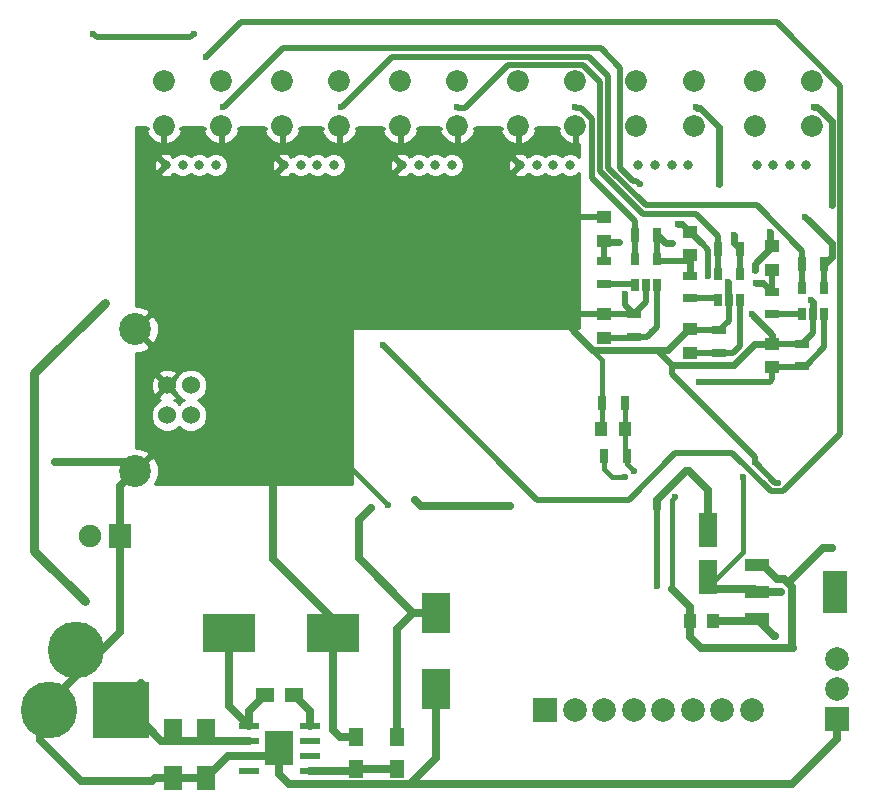
<source format=gbr>
%TF.GenerationSoftware,KiCad,Pcbnew,4.0.1-stable*%
%TF.CreationDate,2016-05-16T17:45:50+03:00*%
%TF.ProjectId,6xUSB_PowMet,36785553425F506F774D65742E6B6963,rev?*%
%TF.FileFunction,Copper,L2,Bot,Signal*%
%FSLAX46Y46*%
G04 Gerber Fmt 4.6, Leading zero omitted, Abs format (unit mm)*
G04 Created by KiCad (PCBNEW 4.0.1-stable) date 16.05.2016 17:45:50*
%MOMM*%
G01*
G04 APERTURE LIST*
%ADD10C,0.100000*%
%ADD11C,4.800600*%
%ADD12R,4.800600X4.800600*%
%ADD13R,0.650000X1.060000*%
%ADD14C,1.524000*%
%ADD15C,2.700020*%
%ADD16O,1.850000X1.850000*%
%ADD17C,0.800000*%
%ADD18R,1.900000X2.000000*%
%ADD19C,1.900000*%
%ADD20R,1.250000X1.000000*%
%ADD21R,1.000000X1.250000*%
%ADD22R,0.700000X1.300000*%
%ADD23R,1.300000X0.700000*%
%ADD24R,2.032000X3.657600*%
%ADD25R,2.032000X1.016000*%
%ADD26R,2.000000X2.000000*%
%ADD27C,2.000000*%
%ADD28R,1.600000X2.000000*%
%ADD29R,1.500000X1.250000*%
%ADD30R,4.500880X3.299460*%
%ADD31R,4.498340X3.299460*%
%ADD32R,1.300000X1.500000*%
%ADD33R,1.778000X0.533400*%
%ADD34R,2.489200X2.997200*%
%ADD35R,2.400300X3.500120*%
%ADD36R,1.501140X2.999740*%
%ADD37C,0.600000*%
%ADD38C,0.700000*%
%ADD39C,0.500000*%
%ADD40C,0.450000*%
%ADD41C,0.600000*%
%ADD42C,0.750000*%
%ADD43C,0.254000*%
G04 APERTURE END LIST*
D10*
D11*
X97750000Y-107750000D03*
D12*
X103846000Y-107750000D03*
D11*
X100036000Y-102670000D03*
D13*
X163400000Y-74250000D03*
X162450000Y-74250000D03*
X161500000Y-74250000D03*
X161500000Y-72050000D03*
X163400000Y-72050000D03*
D14*
X109748980Y-82790000D03*
X109748980Y-80250000D03*
X107750000Y-80250000D03*
X107750000Y-82790000D03*
D15*
X105049980Y-87519480D03*
X105049980Y-75520520D03*
D16*
X127480000Y-58340000D03*
X127480000Y-54500000D03*
X132320000Y-54500000D03*
D17*
X131850000Y-61610000D03*
X130450000Y-61610000D03*
X129050000Y-61610000D03*
D16*
X132320000Y-58340000D03*
D17*
X127650000Y-61610000D03*
D16*
X147480000Y-58340000D03*
X147480000Y-54500000D03*
X152320000Y-54500000D03*
D17*
X151850000Y-61610000D03*
X150450000Y-61610000D03*
X149050000Y-61610000D03*
D16*
X152320000Y-58340000D03*
D17*
X147650000Y-61610000D03*
D16*
X157480000Y-58340000D03*
X157480000Y-54500000D03*
X162320000Y-54500000D03*
D17*
X161850000Y-61610000D03*
X160450000Y-61610000D03*
X159050000Y-61610000D03*
D16*
X162320000Y-58340000D03*
D17*
X157650000Y-61610000D03*
D16*
X137480000Y-58340000D03*
X137480000Y-54500000D03*
X142320000Y-54500000D03*
D17*
X141850000Y-61610000D03*
X140450000Y-61610000D03*
X139050000Y-61610000D03*
D16*
X142320000Y-58340000D03*
D17*
X137650000Y-61610000D03*
D16*
X117480000Y-58340000D03*
X117480000Y-54500000D03*
X122320000Y-54500000D03*
D17*
X121850000Y-61610000D03*
X120450000Y-61610000D03*
X119050000Y-61610000D03*
D16*
X122320000Y-58340000D03*
D17*
X117650000Y-61610000D03*
D16*
X107480000Y-58340000D03*
X107480000Y-54500000D03*
X112320000Y-54500000D03*
D17*
X111850000Y-61610000D03*
X110450000Y-61610000D03*
X109050000Y-61610000D03*
D16*
X112320000Y-58340000D03*
D17*
X107650000Y-61610000D03*
D18*
X103750000Y-93000000D03*
D19*
X101210000Y-93000000D03*
D20*
X152000000Y-75500000D03*
X152000000Y-77500000D03*
D21*
X152000000Y-100250000D03*
X154000000Y-100250000D03*
X144500000Y-84000000D03*
X146500000Y-84000000D03*
D20*
X152000000Y-67250000D03*
X152000000Y-69250000D03*
X159000000Y-76750000D03*
X159000000Y-78750000D03*
X144750000Y-74250000D03*
X144750000Y-76250000D03*
X159000000Y-68500000D03*
X159000000Y-70500000D03*
X144750000Y-66000000D03*
X144750000Y-68000000D03*
D22*
X144600000Y-81750000D03*
X146500000Y-81750000D03*
X144750000Y-86250000D03*
X146650000Y-86250000D03*
D23*
X154500000Y-75600000D03*
X154500000Y-77500000D03*
X152000000Y-71000000D03*
X152000000Y-72900000D03*
D22*
X156250000Y-68750000D03*
X154350000Y-68750000D03*
D23*
X161500000Y-76750000D03*
X161500000Y-78650000D03*
X147250000Y-74250000D03*
X147250000Y-76150000D03*
X159000000Y-72350000D03*
X159000000Y-74250000D03*
D22*
X163400000Y-70000000D03*
X161500000Y-70000000D03*
D23*
X144750000Y-69750000D03*
X144750000Y-71650000D03*
D22*
X149250000Y-67500000D03*
X147350000Y-67500000D03*
D24*
X164250000Y-97750000D03*
D25*
X157646000Y-97750000D03*
X157646000Y-95464000D03*
X157646000Y-100036000D03*
D13*
X156250000Y-73000000D03*
X155300000Y-73000000D03*
X154350000Y-73000000D03*
X154350000Y-70800000D03*
X156250000Y-70800000D03*
X149250000Y-71750000D03*
X148300000Y-71750000D03*
X147350000Y-71750000D03*
X147350000Y-69550000D03*
X149250000Y-69550000D03*
D26*
X139737000Y-107750000D03*
D27*
X142250000Y-107750000D03*
X144750000Y-107750000D03*
X147250000Y-107750000D03*
X149750000Y-107750000D03*
X152250000Y-107750000D03*
X154750000Y-107750000D03*
X157250000Y-107750000D03*
D26*
X164500000Y-108500000D03*
D27*
X164500000Y-105960000D03*
X164500000Y-103460000D03*
D28*
X108250000Y-109500000D03*
X108250000Y-113500000D03*
X111000000Y-109500000D03*
X111000000Y-113500000D03*
D29*
X116000000Y-106500000D03*
X118500000Y-106500000D03*
D30*
X113000000Y-101250000D03*
D31*
X121798560Y-101250000D03*
D32*
X127250000Y-112750000D03*
X127250000Y-110050000D03*
X123750000Y-110050000D03*
X123750000Y-112750000D03*
D33*
X119815400Y-109095000D03*
X119815400Y-110365000D03*
X119815400Y-111635000D03*
X119815400Y-112905000D03*
X114684600Y-112905000D03*
X114684600Y-111635000D03*
X114684600Y-110365000D03*
X114684600Y-109095000D03*
D34*
X117250000Y-111000000D03*
D35*
X130500000Y-99500000D03*
X130500000Y-106002400D03*
D36*
X153500000Y-92502040D03*
X153500000Y-96500000D03*
D37*
X121798560Y-108500000D03*
X159250000Y-101500000D03*
X149250000Y-90679856D03*
X149250000Y-97279992D03*
X153524998Y-71000000D03*
X159500000Y-88500000D03*
X157500000Y-86750000D03*
X162250000Y-73000000D03*
X157250000Y-74250000D03*
X155250000Y-71500000D03*
X157500000Y-70500000D03*
X158750000Y-67250000D03*
X150978858Y-66603439D03*
X146500000Y-72500000D03*
X113750000Y-82000000D03*
X113750000Y-74250000D03*
X98250000Y-86750000D03*
X116750000Y-91500000D03*
X126425020Y-90385409D03*
X116750000Y-95000000D03*
X116750000Y-95000000D03*
X153250000Y-77500000D03*
X147250000Y-87500000D03*
X152750000Y-80000000D03*
X148800000Y-75750000D03*
X127250000Y-100849850D03*
X127250000Y-108575000D03*
X125000000Y-90650000D03*
X164000000Y-94000000D03*
X146500000Y-88000000D03*
X150750000Y-89750000D03*
X150500000Y-97500000D03*
X161750000Y-66000000D03*
X164000000Y-68250000D03*
X157565693Y-71565693D03*
X155750000Y-67500000D03*
X150500000Y-68200000D03*
X146010000Y-68160000D03*
X128750000Y-89950000D03*
X136750000Y-90500000D03*
X159750000Y-97750000D03*
X156500000Y-88000000D03*
X112500000Y-56664660D03*
X147750000Y-63250000D03*
X122500000Y-56664660D03*
X142250000Y-56664660D03*
X132250000Y-56664660D03*
X152500000Y-56664660D03*
X154500000Y-63250000D03*
X162500000Y-56664660D03*
X164000000Y-65000000D03*
X111000000Y-52500000D03*
X126000000Y-76850000D03*
X110000000Y-50500000D03*
X101500000Y-50500000D03*
X100750000Y-98500000D03*
X102500000Y-73250000D03*
D38*
X149250000Y-90679856D02*
X149250000Y-89991998D01*
X149250000Y-89991998D02*
X151692058Y-87549940D01*
X151692058Y-87549940D02*
X151899570Y-87549940D01*
X151899570Y-87549940D02*
X153500000Y-89150370D01*
X153500000Y-89150370D02*
X153500000Y-90000000D01*
X153500000Y-90000000D02*
X153500000Y-92502040D01*
X121798560Y-101250000D02*
X121798560Y-108500000D01*
X121798560Y-108500000D02*
X121798560Y-109448560D01*
X114684600Y-111635000D02*
X116615000Y-111635000D01*
X116615000Y-111635000D02*
X117250000Y-111000000D01*
X164500000Y-108500000D02*
X164500000Y-110200000D01*
X164500000Y-110200000D02*
X160649999Y-114050001D01*
X160649999Y-114050001D02*
X128290001Y-114050001D01*
X130500000Y-106002400D02*
X130500000Y-111840002D01*
X130500000Y-111840002D02*
X128290001Y-114050001D01*
X128290001Y-114050001D02*
X118101401Y-114050001D01*
X118101401Y-114050001D02*
X117250000Y-113198600D01*
X117250000Y-113198600D02*
X117250000Y-111000000D01*
X121798560Y-109448560D02*
X122400000Y-110050000D01*
X122400000Y-110050000D02*
X123750000Y-110050000D01*
X99404000Y-105500000D02*
X103750000Y-101154000D01*
X103750000Y-101154000D02*
X103750000Y-93000000D01*
X121798560Y-100048560D02*
X116750000Y-95000000D01*
X159250000Y-101500000D02*
X159110000Y-101500000D01*
X159110000Y-101500000D02*
X157646000Y-100036000D01*
D39*
X149250000Y-97279992D02*
X149250000Y-90679856D01*
X153524998Y-68774998D02*
X153524998Y-71000000D01*
X153000000Y-68250000D02*
X153524998Y-68774998D01*
D40*
X144600000Y-81750000D02*
X144600000Y-78100000D01*
X144600000Y-78100000D02*
X143750001Y-77250001D01*
X144600000Y-81750000D02*
X144600000Y-83900000D01*
X144600000Y-83900000D02*
X144500000Y-84000000D01*
D38*
X157432000Y-100250000D02*
X157646000Y-100036000D01*
D39*
X159500000Y-88500000D02*
X159250000Y-88500000D01*
X159250000Y-88500000D02*
X157500000Y-86750000D01*
X157500000Y-86750000D02*
X157500000Y-86325736D01*
X157500000Y-86325736D02*
X150500000Y-79325736D01*
X150500000Y-79325736D02*
X150500000Y-78500001D01*
D41*
X150124999Y-77250001D02*
X149250000Y-77250001D01*
X149250000Y-77250001D02*
X143750001Y-77250001D01*
X159000000Y-76750000D02*
X157460674Y-76750000D01*
X157460674Y-76750000D02*
X155710673Y-78500001D01*
X155710673Y-78500001D02*
X150500000Y-78500001D01*
X150500000Y-78500001D02*
X149250000Y-77250001D01*
X143750001Y-77250001D02*
X142000000Y-75500000D01*
X152000000Y-75500000D02*
X151875000Y-75500000D01*
X151875000Y-75500000D02*
X150124999Y-77250001D01*
X162250000Y-73000000D02*
X162450000Y-73200000D01*
X162450000Y-73200000D02*
X162450000Y-74250000D01*
X159000000Y-76750000D02*
X159000000Y-76000000D01*
X159000000Y-76000000D02*
X157250000Y-74250000D01*
X155250000Y-71500000D02*
X155250000Y-72950000D01*
X155250000Y-72950000D02*
X155300000Y-73000000D01*
X157500000Y-70500000D02*
X157500000Y-70000000D01*
X157500000Y-70000000D02*
X159000000Y-68500000D01*
X158750000Y-67250000D02*
X158750000Y-68250000D01*
X158750000Y-68250000D02*
X159000000Y-68500000D01*
X150978858Y-66603439D02*
X151353439Y-66603439D01*
X151353439Y-66603439D02*
X152000000Y-67250000D01*
X153000000Y-68250000D02*
X152000000Y-67250000D01*
D39*
X146500000Y-72500000D02*
X146500000Y-73500000D01*
X146500000Y-73500000D02*
X147250000Y-74250000D01*
X161500000Y-76750000D02*
X162450000Y-75800000D01*
X162450000Y-75800000D02*
X162450000Y-74250000D01*
X159000000Y-76750000D02*
X161500000Y-76750000D01*
X154500000Y-75600000D02*
X152100000Y-75600000D01*
X152100000Y-75600000D02*
X152000000Y-75500000D01*
X155300000Y-73000000D02*
X155300000Y-74800000D01*
X155300000Y-74800000D02*
X154500000Y-75600000D01*
X148300000Y-71750000D02*
X148300000Y-73200000D01*
X148300000Y-73200000D02*
X147250000Y-74250000D01*
X144750000Y-74250000D02*
X142500000Y-74250000D01*
X147250000Y-74250000D02*
X144750000Y-74250000D01*
X144750000Y-66000000D02*
X142250000Y-66000000D01*
D38*
X98250000Y-86750000D02*
X104280500Y-86750000D01*
X104280500Y-86750000D02*
X105049980Y-87519480D01*
X116750000Y-95000000D02*
X116750000Y-91500000D01*
X116750000Y-91500000D02*
X116750000Y-88000000D01*
X103750000Y-93000000D02*
X103750000Y-88819460D01*
X103750000Y-88819460D02*
X105049980Y-87519480D01*
D40*
X126125021Y-90085410D02*
X126425020Y-90385409D01*
X123250000Y-87210389D02*
X126125021Y-90085410D01*
X123250000Y-87000000D02*
X123250000Y-87210389D01*
D38*
X116750000Y-87750000D02*
X116750000Y-88000000D01*
X100493554Y-113750000D02*
X106500000Y-113750000D01*
X106500000Y-113750000D02*
X106750000Y-113500000D01*
X106750000Y-113500000D02*
X108250000Y-113500000D01*
X99404000Y-105500000D02*
X97003701Y-107900299D01*
X97003701Y-107900299D02*
X97003701Y-110260147D01*
X97003701Y-110260147D02*
X100493554Y-113750000D01*
X111000000Y-113500000D02*
X112865000Y-111635000D01*
X112865000Y-111635000D02*
X114684600Y-111635000D01*
X108250000Y-113500000D02*
X111000000Y-113500000D01*
X154000000Y-100250000D02*
X157432000Y-100250000D01*
D39*
X152000000Y-77500000D02*
X153250000Y-77500000D01*
X153250000Y-77500000D02*
X154500000Y-77500000D01*
X154500000Y-77500000D02*
X155650000Y-77500000D01*
X155650000Y-77500000D02*
X156250000Y-76900000D01*
X156250000Y-76900000D02*
X156250000Y-74030000D01*
X156250000Y-74030000D02*
X156250000Y-73000000D01*
D40*
X146500000Y-81750000D02*
X146500000Y-84000000D01*
X146650000Y-86250000D02*
X146650000Y-86900000D01*
X146650000Y-86900000D02*
X147250000Y-87500000D01*
X146500000Y-84000000D02*
X146500000Y-86100000D01*
X146500000Y-86100000D02*
X146650000Y-86250000D01*
D39*
X152750000Y-80000000D02*
X158750000Y-80000000D01*
X158750000Y-80000000D02*
X159000000Y-79750000D01*
X159000000Y-79750000D02*
X159000000Y-78750000D01*
X161500000Y-78650000D02*
X161800000Y-78650000D01*
X161800000Y-78650000D02*
X163400000Y-77050000D01*
X163400000Y-77050000D02*
X163400000Y-75280000D01*
X163400000Y-75280000D02*
X163400000Y-74250000D01*
X159000000Y-78750000D02*
X161400000Y-78750000D01*
X161400000Y-78750000D02*
X161500000Y-78650000D01*
X148400000Y-76150000D02*
X148800000Y-75750000D01*
X148800000Y-75750000D02*
X149250000Y-75300000D01*
X147250000Y-76150000D02*
X148400000Y-76150000D01*
X149250000Y-75300000D02*
X149250000Y-72780000D01*
X149250000Y-72780000D02*
X149250000Y-71750000D01*
X144750000Y-76250000D02*
X147150000Y-76250000D01*
X147150000Y-76250000D02*
X147250000Y-76150000D01*
X152000000Y-72900000D02*
X154250000Y-72900000D01*
X154250000Y-72900000D02*
X154350000Y-73000000D01*
X159000000Y-74250000D02*
X161500000Y-74250000D01*
X144750000Y-71650000D02*
X147250000Y-71650000D01*
X147250000Y-71650000D02*
X147350000Y-71750000D01*
D38*
X124000000Y-94900150D02*
X124000000Y-91650000D01*
X124000000Y-91650000D02*
X125000000Y-90650000D01*
X128599850Y-99500000D02*
X124000000Y-94900150D01*
X127250000Y-110000000D02*
X127250000Y-100849850D01*
X127250000Y-100849850D02*
X128599850Y-99500000D01*
X128599850Y-99500000D02*
X130500000Y-99500000D01*
X160650010Y-97377204D02*
X160272806Y-97000000D01*
X160272806Y-97000000D02*
X159944806Y-96672000D01*
X164000000Y-94000000D02*
X163272806Y-94000000D01*
X163272806Y-94000000D02*
X160272806Y-97000000D01*
X160750000Y-102500000D02*
X160650010Y-102400010D01*
X160650010Y-102400010D02*
X160650010Y-97377204D01*
X159944806Y-96672000D02*
X159362000Y-96672000D01*
X152925000Y-102500000D02*
X160750000Y-102500000D01*
X152000000Y-100250000D02*
X152000000Y-101575000D01*
X152000000Y-101575000D02*
X152925000Y-102500000D01*
D41*
X152000000Y-69250000D02*
X152000000Y-71000000D01*
D40*
X145400000Y-88000000D02*
X146500000Y-88000000D01*
X144750000Y-86250000D02*
X144750000Y-87350000D01*
X144750000Y-87350000D02*
X145400000Y-88000000D01*
X150500000Y-97500000D02*
X150500000Y-90000000D01*
X150500000Y-90000000D02*
X150750000Y-89750000D01*
D38*
X152000000Y-100250000D02*
X152000000Y-99000000D01*
X152000000Y-99000000D02*
X150500000Y-97500000D01*
X152000000Y-100250000D02*
X152000000Y-100375000D01*
X159362000Y-96672000D02*
X158154000Y-95464000D01*
X158154000Y-95464000D02*
X157646000Y-95464000D01*
D41*
X161750000Y-66000000D02*
X164000000Y-68250000D01*
X164000000Y-68250000D02*
X164000000Y-69400000D01*
X164000000Y-69400000D02*
X163400000Y-70000000D01*
X157565693Y-71565693D02*
X158215693Y-71565693D01*
X158215693Y-71565693D02*
X159000000Y-72350000D01*
X155750000Y-67500000D02*
X155750000Y-68250000D01*
X155750000Y-68250000D02*
X156250000Y-68750000D01*
X150500000Y-68200000D02*
X149950000Y-68200000D01*
X149950000Y-68200000D02*
X149250000Y-67500000D01*
X146010000Y-68160000D02*
X144910000Y-68160000D01*
X144910000Y-68160000D02*
X144750000Y-68000000D01*
D39*
X163400000Y-72050000D02*
X163400000Y-70000000D01*
X159000000Y-70500000D02*
X159000000Y-72250000D01*
X156250000Y-70800000D02*
X156250000Y-68750000D01*
X152000000Y-69750000D02*
X150250000Y-69750000D01*
X150250000Y-69750000D02*
X149450000Y-69750000D01*
X149450000Y-69750000D02*
X149250000Y-69550000D01*
X149250000Y-67500000D02*
X149250000Y-69550000D01*
X144750000Y-68000000D02*
X144750000Y-69750000D01*
D38*
X129250000Y-90500000D02*
X128750000Y-90000000D01*
X128750000Y-90000000D02*
X128750000Y-89950000D01*
X136750000Y-90500000D02*
X129250000Y-90500000D01*
X159750000Y-97750000D02*
X157646000Y-97750000D01*
D40*
X153250000Y-97500000D02*
X153375000Y-97500000D01*
X156500000Y-94375000D02*
X156500000Y-94140002D01*
X153375000Y-97500000D02*
X156500000Y-94375000D01*
X156500000Y-94140002D02*
X156500000Y-88000000D01*
D38*
X153250000Y-97500000D02*
X157396000Y-97500000D01*
X157396000Y-97500000D02*
X157646000Y-97750000D01*
D39*
X117525023Y-51724977D02*
X112585340Y-56664660D01*
X112585340Y-56664660D02*
X112500000Y-56664660D01*
X146104999Y-53354999D02*
X144474977Y-51724977D01*
X144474977Y-51724977D02*
X117525023Y-51724977D01*
X147199966Y-62949966D02*
X146104999Y-61854999D01*
X146104999Y-61854999D02*
X146104999Y-53354999D01*
X147750000Y-63250000D02*
X147449966Y-62949966D01*
X147449966Y-62949966D02*
X147199966Y-62949966D01*
X161500000Y-70000000D02*
X161500000Y-68850000D01*
X126825012Y-52424988D02*
X122585340Y-56664660D01*
X161500000Y-68850000D02*
X157650000Y-65000000D01*
X157650000Y-65000000D02*
X148250000Y-65000000D01*
X143424988Y-52424988D02*
X126825012Y-52424988D01*
X148250000Y-65000000D02*
X145095021Y-61845021D01*
X145095021Y-61845021D02*
X145095022Y-54095022D01*
X145095022Y-54095022D02*
X143424988Y-52424988D01*
X122585340Y-56664660D02*
X122500000Y-56664660D01*
X161500000Y-70000000D02*
X161500000Y-72050000D01*
X147350000Y-67500000D02*
X147350000Y-69550000D01*
X143695001Y-61195001D02*
X143695001Y-61000000D01*
X143695001Y-61000000D02*
X143695001Y-57679999D01*
X147350000Y-67500000D02*
X147350000Y-66350000D01*
X147350000Y-66350000D02*
X143695001Y-62695001D01*
X143695001Y-62695001D02*
X143695001Y-61000000D01*
X142335340Y-56750000D02*
X142250000Y-56664660D01*
X142765002Y-56750000D02*
X142335340Y-56750000D01*
X143695001Y-57679999D02*
X142765002Y-56750000D01*
X154350000Y-68750000D02*
X154350000Y-67600000D01*
X154350000Y-67600000D02*
X152500000Y-65750000D01*
X152500000Y-65750000D02*
X148000000Y-65750000D01*
X136625001Y-53124999D02*
X133000000Y-56750000D01*
X148000000Y-65750000D02*
X144395011Y-62145011D01*
X144395011Y-54540009D02*
X142980001Y-53124999D01*
X144395011Y-62145011D02*
X144395011Y-54540009D01*
X142980001Y-53124999D02*
X136625001Y-53124999D01*
X133000000Y-56750000D02*
X132335340Y-56750000D01*
X132335340Y-56750000D02*
X132250000Y-56664660D01*
X154350000Y-70800000D02*
X154350000Y-68750000D01*
D41*
X152839002Y-56750000D02*
X152585340Y-56750000D01*
X152585340Y-56750000D02*
X152500000Y-56664660D01*
X154500000Y-63250000D02*
X154500000Y-58410998D01*
X154500000Y-58410998D02*
X152839002Y-56750000D01*
X164000000Y-65000000D02*
X164000000Y-57910998D01*
X164000000Y-57910998D02*
X162753662Y-56664660D01*
X162753662Y-56664660D02*
X162500000Y-56664660D01*
D39*
X164750010Y-54895008D02*
X159355002Y-49500000D01*
X126000000Y-76850000D02*
X139079855Y-89929855D01*
X139079855Y-89929855D02*
X146820145Y-89929855D01*
X146820145Y-89929855D02*
X150750000Y-86000000D01*
X150750000Y-86000000D02*
X155610002Y-86000000D01*
X155610002Y-86000000D02*
X158860003Y-89250001D01*
X158860003Y-89250001D02*
X159860001Y-89250001D01*
X159860001Y-89250001D02*
X164750010Y-84359992D01*
X164750010Y-84359992D02*
X164750010Y-54895008D01*
X159355002Y-49500000D02*
X114000000Y-49500000D01*
X114000000Y-49500000D02*
X111000000Y-52500000D01*
X109700001Y-50799999D02*
X110000000Y-50500000D01*
X101500000Y-50500000D02*
X101799999Y-50799999D01*
X101799999Y-50799999D02*
X109700001Y-50799999D01*
D38*
X105500000Y-105500000D02*
X105500000Y-108600300D01*
X105500000Y-108600300D02*
X107264700Y-110365000D01*
X107264700Y-110365000D02*
X113095600Y-110365000D01*
X113095600Y-110365000D02*
X114684600Y-110365000D01*
X114684600Y-109095000D02*
X114684600Y-107815400D01*
X114684600Y-107815400D02*
X116000000Y-106500000D01*
X113000000Y-104000000D02*
X113000000Y-101250000D01*
X113000000Y-104000000D02*
X113000000Y-107410400D01*
X113000000Y-107410400D02*
X114684600Y-109095000D01*
X119815400Y-109095000D02*
X119815400Y-107815400D01*
X119815400Y-107815400D02*
X118500000Y-106500000D01*
X123750000Y-112750000D02*
X127200000Y-112750000D01*
X127200000Y-112750000D02*
X127250000Y-112700000D01*
X119815400Y-112905000D02*
X123595000Y-112905000D01*
X123595000Y-112905000D02*
X123750000Y-112750000D01*
D42*
X96500000Y-79250000D02*
X96500000Y-94250000D01*
X96500000Y-94250000D02*
X100750000Y-98500000D01*
X102500000Y-73250000D02*
X96500000Y-79250000D01*
D43*
G36*
X105920000Y-58467002D02*
X106084516Y-58467002D01*
X105964188Y-58708664D01*
X106147466Y-59151161D01*
X106559317Y-59599354D01*
X107111334Y-59855821D01*
X107353000Y-59736081D01*
X107353000Y-58467000D01*
X107333000Y-58467000D01*
X107333000Y-58377000D01*
X107627000Y-58377000D01*
X107627000Y-58467000D01*
X107607000Y-58467000D01*
X107607000Y-59736081D01*
X107848666Y-59855821D01*
X108400683Y-59599354D01*
X108812534Y-59151161D01*
X108995812Y-58708664D01*
X108875484Y-58467002D01*
X109040000Y-58467002D01*
X109040000Y-58377000D01*
X110760000Y-58377000D01*
X110760000Y-58467002D01*
X110924516Y-58467002D01*
X110804188Y-58708664D01*
X110987466Y-59151161D01*
X111399317Y-59599354D01*
X111951334Y-59855821D01*
X112193000Y-59736081D01*
X112193000Y-58467000D01*
X112173000Y-58467000D01*
X112173000Y-58377000D01*
X112467000Y-58377000D01*
X112467000Y-58467000D01*
X112447000Y-58467000D01*
X112447000Y-59736081D01*
X112688666Y-59855821D01*
X113240683Y-59599354D01*
X113652534Y-59151161D01*
X113835812Y-58708664D01*
X113715484Y-58467002D01*
X113880000Y-58467002D01*
X113880000Y-58377000D01*
X115920000Y-58377000D01*
X115920000Y-58467002D01*
X116084516Y-58467002D01*
X115964188Y-58708664D01*
X116147466Y-59151161D01*
X116559317Y-59599354D01*
X117111334Y-59855821D01*
X117353000Y-59736081D01*
X117353000Y-58467000D01*
X117333000Y-58467000D01*
X117333000Y-58377000D01*
X117627000Y-58377000D01*
X117627000Y-58467000D01*
X117607000Y-58467000D01*
X117607000Y-59736081D01*
X117848666Y-59855821D01*
X118400683Y-59599354D01*
X118812534Y-59151161D01*
X118995812Y-58708664D01*
X118875484Y-58467002D01*
X119040000Y-58467002D01*
X119040000Y-58377000D01*
X120760000Y-58377000D01*
X120760000Y-58467002D01*
X120924516Y-58467002D01*
X120804188Y-58708664D01*
X120987466Y-59151161D01*
X121399317Y-59599354D01*
X121951334Y-59855821D01*
X122193000Y-59736081D01*
X122193000Y-58467000D01*
X122173000Y-58467000D01*
X122173000Y-58377000D01*
X122467000Y-58377000D01*
X122467000Y-58467000D01*
X122447000Y-58467000D01*
X122447000Y-59736081D01*
X122688666Y-59855821D01*
X123240683Y-59599354D01*
X123652534Y-59151161D01*
X123835812Y-58708664D01*
X123715484Y-58467002D01*
X123880000Y-58467002D01*
X123880000Y-58377000D01*
X125920000Y-58377000D01*
X125920000Y-58467002D01*
X126084516Y-58467002D01*
X125964188Y-58708664D01*
X126147466Y-59151161D01*
X126559317Y-59599354D01*
X127111334Y-59855821D01*
X127353000Y-59736081D01*
X127353000Y-58467000D01*
X127333000Y-58467000D01*
X127333000Y-58377000D01*
X127627000Y-58377000D01*
X127627000Y-58467000D01*
X127607000Y-58467000D01*
X127607000Y-59736081D01*
X127848666Y-59855821D01*
X128400683Y-59599354D01*
X128812534Y-59151161D01*
X128995812Y-58708664D01*
X128875484Y-58467002D01*
X129040000Y-58467002D01*
X129040000Y-58377000D01*
X130760000Y-58377000D01*
X130760000Y-58467002D01*
X130924516Y-58467002D01*
X130804188Y-58708664D01*
X130987466Y-59151161D01*
X131399317Y-59599354D01*
X131951334Y-59855821D01*
X132193000Y-59736081D01*
X132193000Y-58467000D01*
X132173000Y-58467000D01*
X132173000Y-58377000D01*
X132467000Y-58377000D01*
X132467000Y-58467000D01*
X132447000Y-58467000D01*
X132447000Y-59736081D01*
X132688666Y-59855821D01*
X133240683Y-59599354D01*
X133652534Y-59151161D01*
X133835812Y-58708664D01*
X133715484Y-58467002D01*
X133880000Y-58467002D01*
X133880000Y-58377000D01*
X135920000Y-58377000D01*
X135920000Y-58467002D01*
X136084516Y-58467002D01*
X135964188Y-58708664D01*
X136147466Y-59151161D01*
X136559317Y-59599354D01*
X137111334Y-59855821D01*
X137353000Y-59736081D01*
X137353000Y-58467000D01*
X137333000Y-58467000D01*
X137333000Y-58377000D01*
X137627000Y-58377000D01*
X137627000Y-58467000D01*
X137607000Y-58467000D01*
X137607000Y-59736081D01*
X137848666Y-59855821D01*
X138400683Y-59599354D01*
X138812534Y-59151161D01*
X138995812Y-58708664D01*
X138875484Y-58467002D01*
X139040000Y-58467002D01*
X139040000Y-58377000D01*
X140760000Y-58377000D01*
X140760000Y-58467002D01*
X140924516Y-58467002D01*
X140804188Y-58708664D01*
X140987466Y-59151161D01*
X141399317Y-59599354D01*
X141951334Y-59855821D01*
X142193000Y-59736081D01*
X142193000Y-58467000D01*
X142173000Y-58467000D01*
X142173000Y-58377000D01*
X142467000Y-58377000D01*
X142467000Y-58467000D01*
X142447000Y-58467000D01*
X142447000Y-59736081D01*
X142623000Y-59823285D01*
X142623000Y-60919360D01*
X142437046Y-60733081D01*
X142056777Y-60575180D01*
X141645029Y-60574821D01*
X141264485Y-60732058D01*
X141150056Y-60846288D01*
X141037046Y-60733081D01*
X140656777Y-60575180D01*
X140245029Y-60574821D01*
X139864485Y-60732058D01*
X139750056Y-60846288D01*
X139637046Y-60733081D01*
X139256777Y-60575180D01*
X138845029Y-60574821D01*
X138464485Y-60732058D01*
X138362617Y-60833749D01*
X138304630Y-60775762D01*
X138187745Y-60892647D01*
X138163023Y-60687820D01*
X137771069Y-60561691D01*
X137360682Y-60595158D01*
X137136977Y-60687820D01*
X137112255Y-60892650D01*
X137650000Y-61430395D01*
X137664143Y-61416253D01*
X137843748Y-61595858D01*
X137829605Y-61610000D01*
X137843748Y-61624143D01*
X137664143Y-61803748D01*
X137650000Y-61789605D01*
X137112255Y-62327350D01*
X137136977Y-62532180D01*
X137528931Y-62658309D01*
X137939318Y-62624842D01*
X138163023Y-62532180D01*
X138187745Y-62327353D01*
X138304630Y-62444238D01*
X138362539Y-62386329D01*
X138462954Y-62486919D01*
X138843223Y-62644820D01*
X139254971Y-62645179D01*
X139635515Y-62487942D01*
X139749944Y-62373712D01*
X139862954Y-62486919D01*
X140243223Y-62644820D01*
X140654971Y-62645179D01*
X141035515Y-62487942D01*
X141149944Y-62373712D01*
X141262954Y-62486919D01*
X141643223Y-62644820D01*
X142054971Y-62645179D01*
X142435515Y-62487942D01*
X142623000Y-62300784D01*
X142623000Y-75373000D01*
X123500000Y-75373000D01*
X123450590Y-75383006D01*
X123408965Y-75411447D01*
X123381685Y-75453841D01*
X123373000Y-75500000D01*
X123373000Y-88623000D01*
X106718067Y-88623000D01*
X106758770Y-88604008D01*
X107043727Y-87867528D01*
X107025154Y-87078060D01*
X106758770Y-86434952D01*
X106455581Y-86293484D01*
X105229585Y-87519480D01*
X105243728Y-87533623D01*
X105127000Y-87650350D01*
X105127000Y-87262855D01*
X106275976Y-86113879D01*
X106134508Y-85810690D01*
X105398028Y-85525733D01*
X105127000Y-85532109D01*
X105127000Y-83066661D01*
X106352758Y-83066661D01*
X106564990Y-83580303D01*
X106957630Y-83973629D01*
X107470900Y-84186757D01*
X108026661Y-84187242D01*
X108540303Y-83975010D01*
X108749510Y-83766168D01*
X108956610Y-83973629D01*
X109469880Y-84186757D01*
X110025641Y-84187242D01*
X110539283Y-83975010D01*
X110932609Y-83582370D01*
X111145737Y-83069100D01*
X111146222Y-82513339D01*
X110933990Y-81999697D01*
X110541350Y-81606371D01*
X110333468Y-81520051D01*
X110539283Y-81435010D01*
X110932609Y-81042370D01*
X111145737Y-80529100D01*
X111146222Y-79973339D01*
X110933990Y-79459697D01*
X110541350Y-79066371D01*
X110028080Y-78853243D01*
X109472319Y-78852758D01*
X108958677Y-79064990D01*
X108565351Y-79457630D01*
X108454134Y-79725471D01*
X107929605Y-80250000D01*
X108454169Y-80774564D01*
X108563970Y-81040303D01*
X108956610Y-81433629D01*
X109164492Y-81519949D01*
X108958677Y-81604990D01*
X108749470Y-81813832D01*
X108542370Y-81606371D01*
X108350273Y-81526605D01*
X108481143Y-81472397D01*
X108550608Y-81230213D01*
X107750000Y-80429605D01*
X106949392Y-81230213D01*
X107018857Y-81472397D01*
X107159318Y-81522509D01*
X106959697Y-81604990D01*
X106566371Y-81997630D01*
X106353243Y-82510900D01*
X106352758Y-83066661D01*
X105127000Y-83066661D01*
X105127000Y-80042302D01*
X106340856Y-80042302D01*
X106368638Y-80597368D01*
X106527603Y-80981143D01*
X106769787Y-81050608D01*
X107570395Y-80250000D01*
X106769787Y-79449392D01*
X106527603Y-79518857D01*
X106340856Y-80042302D01*
X105127000Y-80042302D01*
X105127000Y-79269787D01*
X106949392Y-79269787D01*
X107750000Y-80070395D01*
X108550608Y-79269787D01*
X108481143Y-79027603D01*
X107957698Y-78840856D01*
X107402632Y-78868638D01*
X107018857Y-79027603D01*
X106949392Y-79269787D01*
X105127000Y-79269787D01*
X105127000Y-77504267D01*
X105491400Y-77495694D01*
X106134508Y-77229310D01*
X106275976Y-76926121D01*
X105127000Y-75777145D01*
X105127000Y-75520520D01*
X105229585Y-75520520D01*
X106455581Y-76746516D01*
X106758770Y-76605048D01*
X107043727Y-75868568D01*
X107025154Y-75079100D01*
X106758770Y-74435992D01*
X106455581Y-74294524D01*
X105229585Y-75520520D01*
X105127000Y-75520520D01*
X105127000Y-75263895D01*
X106275976Y-74114919D01*
X106134508Y-73811730D01*
X105398028Y-73526773D01*
X105127000Y-73533149D01*
X105127000Y-61488931D01*
X106601691Y-61488931D01*
X106635158Y-61899318D01*
X106727820Y-62123023D01*
X106932650Y-62147745D01*
X107470395Y-61610000D01*
X106932650Y-61072255D01*
X106727820Y-61096977D01*
X106601691Y-61488931D01*
X105127000Y-61488931D01*
X105127000Y-60892650D01*
X107112255Y-60892650D01*
X107650000Y-61430395D01*
X107664143Y-61416253D01*
X107843748Y-61595858D01*
X107829605Y-61610000D01*
X107843748Y-61624143D01*
X107664143Y-61803748D01*
X107650000Y-61789605D01*
X107112255Y-62327350D01*
X107136977Y-62532180D01*
X107528931Y-62658309D01*
X107939318Y-62624842D01*
X108163023Y-62532180D01*
X108187745Y-62327353D01*
X108304630Y-62444238D01*
X108362539Y-62386329D01*
X108462954Y-62486919D01*
X108843223Y-62644820D01*
X109254971Y-62645179D01*
X109635515Y-62487942D01*
X109749944Y-62373712D01*
X109862954Y-62486919D01*
X110243223Y-62644820D01*
X110654971Y-62645179D01*
X111035515Y-62487942D01*
X111149944Y-62373712D01*
X111262954Y-62486919D01*
X111643223Y-62644820D01*
X112054971Y-62645179D01*
X112435515Y-62487942D01*
X112726919Y-62197046D01*
X112884820Y-61816777D01*
X112885105Y-61488931D01*
X116601691Y-61488931D01*
X116635158Y-61899318D01*
X116727820Y-62123023D01*
X116932650Y-62147745D01*
X117470395Y-61610000D01*
X116932650Y-61072255D01*
X116727820Y-61096977D01*
X116601691Y-61488931D01*
X112885105Y-61488931D01*
X112885179Y-61405029D01*
X112727942Y-61024485D01*
X112596337Y-60892650D01*
X117112255Y-60892650D01*
X117650000Y-61430395D01*
X117664143Y-61416253D01*
X117843748Y-61595858D01*
X117829605Y-61610000D01*
X117843748Y-61624143D01*
X117664143Y-61803748D01*
X117650000Y-61789605D01*
X117112255Y-62327350D01*
X117136977Y-62532180D01*
X117528931Y-62658309D01*
X117939318Y-62624842D01*
X118163023Y-62532180D01*
X118187745Y-62327353D01*
X118304630Y-62444238D01*
X118362539Y-62386329D01*
X118462954Y-62486919D01*
X118843223Y-62644820D01*
X119254971Y-62645179D01*
X119635515Y-62487942D01*
X119749944Y-62373712D01*
X119862954Y-62486919D01*
X120243223Y-62644820D01*
X120654971Y-62645179D01*
X121035515Y-62487942D01*
X121149944Y-62373712D01*
X121262954Y-62486919D01*
X121643223Y-62644820D01*
X122054971Y-62645179D01*
X122435515Y-62487942D01*
X122726919Y-62197046D01*
X122884820Y-61816777D01*
X122885105Y-61488931D01*
X126601691Y-61488931D01*
X126635158Y-61899318D01*
X126727820Y-62123023D01*
X126932650Y-62147745D01*
X127470395Y-61610000D01*
X126932650Y-61072255D01*
X126727820Y-61096977D01*
X126601691Y-61488931D01*
X122885105Y-61488931D01*
X122885179Y-61405029D01*
X122727942Y-61024485D01*
X122596337Y-60892650D01*
X127112255Y-60892650D01*
X127650000Y-61430395D01*
X127664143Y-61416253D01*
X127843748Y-61595858D01*
X127829605Y-61610000D01*
X127843748Y-61624143D01*
X127664143Y-61803748D01*
X127650000Y-61789605D01*
X127112255Y-62327350D01*
X127136977Y-62532180D01*
X127528931Y-62658309D01*
X127939318Y-62624842D01*
X128163023Y-62532180D01*
X128187745Y-62327353D01*
X128304630Y-62444238D01*
X128362539Y-62386329D01*
X128462954Y-62486919D01*
X128843223Y-62644820D01*
X129254971Y-62645179D01*
X129635515Y-62487942D01*
X129749944Y-62373712D01*
X129862954Y-62486919D01*
X130243223Y-62644820D01*
X130654971Y-62645179D01*
X131035515Y-62487942D01*
X131149944Y-62373712D01*
X131262954Y-62486919D01*
X131643223Y-62644820D01*
X132054971Y-62645179D01*
X132435515Y-62487942D01*
X132726919Y-62197046D01*
X132884820Y-61816777D01*
X132885105Y-61488931D01*
X136601691Y-61488931D01*
X136635158Y-61899318D01*
X136727820Y-62123023D01*
X136932650Y-62147745D01*
X137470395Y-61610000D01*
X136932650Y-61072255D01*
X136727820Y-61096977D01*
X136601691Y-61488931D01*
X132885105Y-61488931D01*
X132885179Y-61405029D01*
X132727942Y-61024485D01*
X132437046Y-60733081D01*
X132056777Y-60575180D01*
X131645029Y-60574821D01*
X131264485Y-60732058D01*
X131150056Y-60846288D01*
X131037046Y-60733081D01*
X130656777Y-60575180D01*
X130245029Y-60574821D01*
X129864485Y-60732058D01*
X129750056Y-60846288D01*
X129637046Y-60733081D01*
X129256777Y-60575180D01*
X128845029Y-60574821D01*
X128464485Y-60732058D01*
X128362617Y-60833749D01*
X128304630Y-60775762D01*
X128187745Y-60892647D01*
X128163023Y-60687820D01*
X127771069Y-60561691D01*
X127360682Y-60595158D01*
X127136977Y-60687820D01*
X127112255Y-60892650D01*
X122596337Y-60892650D01*
X122437046Y-60733081D01*
X122056777Y-60575180D01*
X121645029Y-60574821D01*
X121264485Y-60732058D01*
X121150056Y-60846288D01*
X121037046Y-60733081D01*
X120656777Y-60575180D01*
X120245029Y-60574821D01*
X119864485Y-60732058D01*
X119750056Y-60846288D01*
X119637046Y-60733081D01*
X119256777Y-60575180D01*
X118845029Y-60574821D01*
X118464485Y-60732058D01*
X118362617Y-60833749D01*
X118304630Y-60775762D01*
X118187745Y-60892647D01*
X118163023Y-60687820D01*
X117771069Y-60561691D01*
X117360682Y-60595158D01*
X117136977Y-60687820D01*
X117112255Y-60892650D01*
X112596337Y-60892650D01*
X112437046Y-60733081D01*
X112056777Y-60575180D01*
X111645029Y-60574821D01*
X111264485Y-60732058D01*
X111150056Y-60846288D01*
X111037046Y-60733081D01*
X110656777Y-60575180D01*
X110245029Y-60574821D01*
X109864485Y-60732058D01*
X109750056Y-60846288D01*
X109637046Y-60733081D01*
X109256777Y-60575180D01*
X108845029Y-60574821D01*
X108464485Y-60732058D01*
X108362617Y-60833749D01*
X108304630Y-60775762D01*
X108187745Y-60892647D01*
X108163023Y-60687820D01*
X107771069Y-60561691D01*
X107360682Y-60595158D01*
X107136977Y-60687820D01*
X107112255Y-60892650D01*
X105127000Y-60892650D01*
X105127000Y-58377000D01*
X105920000Y-58377000D01*
X105920000Y-58467002D01*
X105920000Y-58467002D01*
G37*
X105920000Y-58467002D02*
X106084516Y-58467002D01*
X105964188Y-58708664D01*
X106147466Y-59151161D01*
X106559317Y-59599354D01*
X107111334Y-59855821D01*
X107353000Y-59736081D01*
X107353000Y-58467000D01*
X107333000Y-58467000D01*
X107333000Y-58377000D01*
X107627000Y-58377000D01*
X107627000Y-58467000D01*
X107607000Y-58467000D01*
X107607000Y-59736081D01*
X107848666Y-59855821D01*
X108400683Y-59599354D01*
X108812534Y-59151161D01*
X108995812Y-58708664D01*
X108875484Y-58467002D01*
X109040000Y-58467002D01*
X109040000Y-58377000D01*
X110760000Y-58377000D01*
X110760000Y-58467002D01*
X110924516Y-58467002D01*
X110804188Y-58708664D01*
X110987466Y-59151161D01*
X111399317Y-59599354D01*
X111951334Y-59855821D01*
X112193000Y-59736081D01*
X112193000Y-58467000D01*
X112173000Y-58467000D01*
X112173000Y-58377000D01*
X112467000Y-58377000D01*
X112467000Y-58467000D01*
X112447000Y-58467000D01*
X112447000Y-59736081D01*
X112688666Y-59855821D01*
X113240683Y-59599354D01*
X113652534Y-59151161D01*
X113835812Y-58708664D01*
X113715484Y-58467002D01*
X113880000Y-58467002D01*
X113880000Y-58377000D01*
X115920000Y-58377000D01*
X115920000Y-58467002D01*
X116084516Y-58467002D01*
X115964188Y-58708664D01*
X116147466Y-59151161D01*
X116559317Y-59599354D01*
X117111334Y-59855821D01*
X117353000Y-59736081D01*
X117353000Y-58467000D01*
X117333000Y-58467000D01*
X117333000Y-58377000D01*
X117627000Y-58377000D01*
X117627000Y-58467000D01*
X117607000Y-58467000D01*
X117607000Y-59736081D01*
X117848666Y-59855821D01*
X118400683Y-59599354D01*
X118812534Y-59151161D01*
X118995812Y-58708664D01*
X118875484Y-58467002D01*
X119040000Y-58467002D01*
X119040000Y-58377000D01*
X120760000Y-58377000D01*
X120760000Y-58467002D01*
X120924516Y-58467002D01*
X120804188Y-58708664D01*
X120987466Y-59151161D01*
X121399317Y-59599354D01*
X121951334Y-59855821D01*
X122193000Y-59736081D01*
X122193000Y-58467000D01*
X122173000Y-58467000D01*
X122173000Y-58377000D01*
X122467000Y-58377000D01*
X122467000Y-58467000D01*
X122447000Y-58467000D01*
X122447000Y-59736081D01*
X122688666Y-59855821D01*
X123240683Y-59599354D01*
X123652534Y-59151161D01*
X123835812Y-58708664D01*
X123715484Y-58467002D01*
X123880000Y-58467002D01*
X123880000Y-58377000D01*
X125920000Y-58377000D01*
X125920000Y-58467002D01*
X126084516Y-58467002D01*
X125964188Y-58708664D01*
X126147466Y-59151161D01*
X126559317Y-59599354D01*
X127111334Y-59855821D01*
X127353000Y-59736081D01*
X127353000Y-58467000D01*
X127333000Y-58467000D01*
X127333000Y-58377000D01*
X127627000Y-58377000D01*
X127627000Y-58467000D01*
X127607000Y-58467000D01*
X127607000Y-59736081D01*
X127848666Y-59855821D01*
X128400683Y-59599354D01*
X128812534Y-59151161D01*
X128995812Y-58708664D01*
X128875484Y-58467002D01*
X129040000Y-58467002D01*
X129040000Y-58377000D01*
X130760000Y-58377000D01*
X130760000Y-58467002D01*
X130924516Y-58467002D01*
X130804188Y-58708664D01*
X130987466Y-59151161D01*
X131399317Y-59599354D01*
X131951334Y-59855821D01*
X132193000Y-59736081D01*
X132193000Y-58467000D01*
X132173000Y-58467000D01*
X132173000Y-58377000D01*
X132467000Y-58377000D01*
X132467000Y-58467000D01*
X132447000Y-58467000D01*
X132447000Y-59736081D01*
X132688666Y-59855821D01*
X133240683Y-59599354D01*
X133652534Y-59151161D01*
X133835812Y-58708664D01*
X133715484Y-58467002D01*
X133880000Y-58467002D01*
X133880000Y-58377000D01*
X135920000Y-58377000D01*
X135920000Y-58467002D01*
X136084516Y-58467002D01*
X135964188Y-58708664D01*
X136147466Y-59151161D01*
X136559317Y-59599354D01*
X137111334Y-59855821D01*
X137353000Y-59736081D01*
X137353000Y-58467000D01*
X137333000Y-58467000D01*
X137333000Y-58377000D01*
X137627000Y-58377000D01*
X137627000Y-58467000D01*
X137607000Y-58467000D01*
X137607000Y-59736081D01*
X137848666Y-59855821D01*
X138400683Y-59599354D01*
X138812534Y-59151161D01*
X138995812Y-58708664D01*
X138875484Y-58467002D01*
X139040000Y-58467002D01*
X139040000Y-58377000D01*
X140760000Y-58377000D01*
X140760000Y-58467002D01*
X140924516Y-58467002D01*
X140804188Y-58708664D01*
X140987466Y-59151161D01*
X141399317Y-59599354D01*
X141951334Y-59855821D01*
X142193000Y-59736081D01*
X142193000Y-58467000D01*
X142173000Y-58467000D01*
X142173000Y-58377000D01*
X142467000Y-58377000D01*
X142467000Y-58467000D01*
X142447000Y-58467000D01*
X142447000Y-59736081D01*
X142623000Y-59823285D01*
X142623000Y-60919360D01*
X142437046Y-60733081D01*
X142056777Y-60575180D01*
X141645029Y-60574821D01*
X141264485Y-60732058D01*
X141150056Y-60846288D01*
X141037046Y-60733081D01*
X140656777Y-60575180D01*
X140245029Y-60574821D01*
X139864485Y-60732058D01*
X139750056Y-60846288D01*
X139637046Y-60733081D01*
X139256777Y-60575180D01*
X138845029Y-60574821D01*
X138464485Y-60732058D01*
X138362617Y-60833749D01*
X138304630Y-60775762D01*
X138187745Y-60892647D01*
X138163023Y-60687820D01*
X137771069Y-60561691D01*
X137360682Y-60595158D01*
X137136977Y-60687820D01*
X137112255Y-60892650D01*
X137650000Y-61430395D01*
X137664143Y-61416253D01*
X137843748Y-61595858D01*
X137829605Y-61610000D01*
X137843748Y-61624143D01*
X137664143Y-61803748D01*
X137650000Y-61789605D01*
X137112255Y-62327350D01*
X137136977Y-62532180D01*
X137528931Y-62658309D01*
X137939318Y-62624842D01*
X138163023Y-62532180D01*
X138187745Y-62327353D01*
X138304630Y-62444238D01*
X138362539Y-62386329D01*
X138462954Y-62486919D01*
X138843223Y-62644820D01*
X139254971Y-62645179D01*
X139635515Y-62487942D01*
X139749944Y-62373712D01*
X139862954Y-62486919D01*
X140243223Y-62644820D01*
X140654971Y-62645179D01*
X141035515Y-62487942D01*
X141149944Y-62373712D01*
X141262954Y-62486919D01*
X141643223Y-62644820D01*
X142054971Y-62645179D01*
X142435515Y-62487942D01*
X142623000Y-62300784D01*
X142623000Y-75373000D01*
X123500000Y-75373000D01*
X123450590Y-75383006D01*
X123408965Y-75411447D01*
X123381685Y-75453841D01*
X123373000Y-75500000D01*
X123373000Y-88623000D01*
X106718067Y-88623000D01*
X106758770Y-88604008D01*
X107043727Y-87867528D01*
X107025154Y-87078060D01*
X106758770Y-86434952D01*
X106455581Y-86293484D01*
X105229585Y-87519480D01*
X105243728Y-87533623D01*
X105127000Y-87650350D01*
X105127000Y-87262855D01*
X106275976Y-86113879D01*
X106134508Y-85810690D01*
X105398028Y-85525733D01*
X105127000Y-85532109D01*
X105127000Y-83066661D01*
X106352758Y-83066661D01*
X106564990Y-83580303D01*
X106957630Y-83973629D01*
X107470900Y-84186757D01*
X108026661Y-84187242D01*
X108540303Y-83975010D01*
X108749510Y-83766168D01*
X108956610Y-83973629D01*
X109469880Y-84186757D01*
X110025641Y-84187242D01*
X110539283Y-83975010D01*
X110932609Y-83582370D01*
X111145737Y-83069100D01*
X111146222Y-82513339D01*
X110933990Y-81999697D01*
X110541350Y-81606371D01*
X110333468Y-81520051D01*
X110539283Y-81435010D01*
X110932609Y-81042370D01*
X111145737Y-80529100D01*
X111146222Y-79973339D01*
X110933990Y-79459697D01*
X110541350Y-79066371D01*
X110028080Y-78853243D01*
X109472319Y-78852758D01*
X108958677Y-79064990D01*
X108565351Y-79457630D01*
X108454134Y-79725471D01*
X107929605Y-80250000D01*
X108454169Y-80774564D01*
X108563970Y-81040303D01*
X108956610Y-81433629D01*
X109164492Y-81519949D01*
X108958677Y-81604990D01*
X108749470Y-81813832D01*
X108542370Y-81606371D01*
X108350273Y-81526605D01*
X108481143Y-81472397D01*
X108550608Y-81230213D01*
X107750000Y-80429605D01*
X106949392Y-81230213D01*
X107018857Y-81472397D01*
X107159318Y-81522509D01*
X106959697Y-81604990D01*
X106566371Y-81997630D01*
X106353243Y-82510900D01*
X106352758Y-83066661D01*
X105127000Y-83066661D01*
X105127000Y-80042302D01*
X106340856Y-80042302D01*
X106368638Y-80597368D01*
X106527603Y-80981143D01*
X106769787Y-81050608D01*
X107570395Y-80250000D01*
X106769787Y-79449392D01*
X106527603Y-79518857D01*
X106340856Y-80042302D01*
X105127000Y-80042302D01*
X105127000Y-79269787D01*
X106949392Y-79269787D01*
X107750000Y-80070395D01*
X108550608Y-79269787D01*
X108481143Y-79027603D01*
X107957698Y-78840856D01*
X107402632Y-78868638D01*
X107018857Y-79027603D01*
X106949392Y-79269787D01*
X105127000Y-79269787D01*
X105127000Y-77504267D01*
X105491400Y-77495694D01*
X106134508Y-77229310D01*
X106275976Y-76926121D01*
X105127000Y-75777145D01*
X105127000Y-75520520D01*
X105229585Y-75520520D01*
X106455581Y-76746516D01*
X106758770Y-76605048D01*
X107043727Y-75868568D01*
X107025154Y-75079100D01*
X106758770Y-74435992D01*
X106455581Y-74294524D01*
X105229585Y-75520520D01*
X105127000Y-75520520D01*
X105127000Y-75263895D01*
X106275976Y-74114919D01*
X106134508Y-73811730D01*
X105398028Y-73526773D01*
X105127000Y-73533149D01*
X105127000Y-61488931D01*
X106601691Y-61488931D01*
X106635158Y-61899318D01*
X106727820Y-62123023D01*
X106932650Y-62147745D01*
X107470395Y-61610000D01*
X106932650Y-61072255D01*
X106727820Y-61096977D01*
X106601691Y-61488931D01*
X105127000Y-61488931D01*
X105127000Y-60892650D01*
X107112255Y-60892650D01*
X107650000Y-61430395D01*
X107664143Y-61416253D01*
X107843748Y-61595858D01*
X107829605Y-61610000D01*
X107843748Y-61624143D01*
X107664143Y-61803748D01*
X107650000Y-61789605D01*
X107112255Y-62327350D01*
X107136977Y-62532180D01*
X107528931Y-62658309D01*
X107939318Y-62624842D01*
X108163023Y-62532180D01*
X108187745Y-62327353D01*
X108304630Y-62444238D01*
X108362539Y-62386329D01*
X108462954Y-62486919D01*
X108843223Y-62644820D01*
X109254971Y-62645179D01*
X109635515Y-62487942D01*
X109749944Y-62373712D01*
X109862954Y-62486919D01*
X110243223Y-62644820D01*
X110654971Y-62645179D01*
X111035515Y-62487942D01*
X111149944Y-62373712D01*
X111262954Y-62486919D01*
X111643223Y-62644820D01*
X112054971Y-62645179D01*
X112435515Y-62487942D01*
X112726919Y-62197046D01*
X112884820Y-61816777D01*
X112885105Y-61488931D01*
X116601691Y-61488931D01*
X116635158Y-61899318D01*
X116727820Y-62123023D01*
X116932650Y-62147745D01*
X117470395Y-61610000D01*
X116932650Y-61072255D01*
X116727820Y-61096977D01*
X116601691Y-61488931D01*
X112885105Y-61488931D01*
X112885179Y-61405029D01*
X112727942Y-61024485D01*
X112596337Y-60892650D01*
X117112255Y-60892650D01*
X117650000Y-61430395D01*
X117664143Y-61416253D01*
X117843748Y-61595858D01*
X117829605Y-61610000D01*
X117843748Y-61624143D01*
X117664143Y-61803748D01*
X117650000Y-61789605D01*
X117112255Y-62327350D01*
X117136977Y-62532180D01*
X117528931Y-62658309D01*
X117939318Y-62624842D01*
X118163023Y-62532180D01*
X118187745Y-62327353D01*
X118304630Y-62444238D01*
X118362539Y-62386329D01*
X118462954Y-62486919D01*
X118843223Y-62644820D01*
X119254971Y-62645179D01*
X119635515Y-62487942D01*
X119749944Y-62373712D01*
X119862954Y-62486919D01*
X120243223Y-62644820D01*
X120654971Y-62645179D01*
X121035515Y-62487942D01*
X121149944Y-62373712D01*
X121262954Y-62486919D01*
X121643223Y-62644820D01*
X122054971Y-62645179D01*
X122435515Y-62487942D01*
X122726919Y-62197046D01*
X122884820Y-61816777D01*
X122885105Y-61488931D01*
X126601691Y-61488931D01*
X126635158Y-61899318D01*
X126727820Y-62123023D01*
X126932650Y-62147745D01*
X127470395Y-61610000D01*
X126932650Y-61072255D01*
X126727820Y-61096977D01*
X126601691Y-61488931D01*
X122885105Y-61488931D01*
X122885179Y-61405029D01*
X122727942Y-61024485D01*
X122596337Y-60892650D01*
X127112255Y-60892650D01*
X127650000Y-61430395D01*
X127664143Y-61416253D01*
X127843748Y-61595858D01*
X127829605Y-61610000D01*
X127843748Y-61624143D01*
X127664143Y-61803748D01*
X127650000Y-61789605D01*
X127112255Y-62327350D01*
X127136977Y-62532180D01*
X127528931Y-62658309D01*
X127939318Y-62624842D01*
X128163023Y-62532180D01*
X128187745Y-62327353D01*
X128304630Y-62444238D01*
X128362539Y-62386329D01*
X128462954Y-62486919D01*
X128843223Y-62644820D01*
X129254971Y-62645179D01*
X129635515Y-62487942D01*
X129749944Y-62373712D01*
X129862954Y-62486919D01*
X130243223Y-62644820D01*
X130654971Y-62645179D01*
X131035515Y-62487942D01*
X131149944Y-62373712D01*
X131262954Y-62486919D01*
X131643223Y-62644820D01*
X132054971Y-62645179D01*
X132435515Y-62487942D01*
X132726919Y-62197046D01*
X132884820Y-61816777D01*
X132885105Y-61488931D01*
X136601691Y-61488931D01*
X136635158Y-61899318D01*
X136727820Y-62123023D01*
X136932650Y-62147745D01*
X137470395Y-61610000D01*
X136932650Y-61072255D01*
X136727820Y-61096977D01*
X136601691Y-61488931D01*
X132885105Y-61488931D01*
X132885179Y-61405029D01*
X132727942Y-61024485D01*
X132437046Y-60733081D01*
X132056777Y-60575180D01*
X131645029Y-60574821D01*
X131264485Y-60732058D01*
X131150056Y-60846288D01*
X131037046Y-60733081D01*
X130656777Y-60575180D01*
X130245029Y-60574821D01*
X129864485Y-60732058D01*
X129750056Y-60846288D01*
X129637046Y-60733081D01*
X129256777Y-60575180D01*
X128845029Y-60574821D01*
X128464485Y-60732058D01*
X128362617Y-60833749D01*
X128304630Y-60775762D01*
X128187745Y-60892647D01*
X128163023Y-60687820D01*
X127771069Y-60561691D01*
X127360682Y-60595158D01*
X127136977Y-60687820D01*
X127112255Y-60892650D01*
X122596337Y-60892650D01*
X122437046Y-60733081D01*
X122056777Y-60575180D01*
X121645029Y-60574821D01*
X121264485Y-60732058D01*
X121150056Y-60846288D01*
X121037046Y-60733081D01*
X120656777Y-60575180D01*
X120245029Y-60574821D01*
X119864485Y-60732058D01*
X119750056Y-60846288D01*
X119637046Y-60733081D01*
X119256777Y-60575180D01*
X118845029Y-60574821D01*
X118464485Y-60732058D01*
X118362617Y-60833749D01*
X118304630Y-60775762D01*
X118187745Y-60892647D01*
X118163023Y-60687820D01*
X117771069Y-60561691D01*
X117360682Y-60595158D01*
X117136977Y-60687820D01*
X117112255Y-60892650D01*
X112596337Y-60892650D01*
X112437046Y-60733081D01*
X112056777Y-60575180D01*
X111645029Y-60574821D01*
X111264485Y-60732058D01*
X111150056Y-60846288D01*
X111037046Y-60733081D01*
X110656777Y-60575180D01*
X110245029Y-60574821D01*
X109864485Y-60732058D01*
X109750056Y-60846288D01*
X109637046Y-60733081D01*
X109256777Y-60575180D01*
X108845029Y-60574821D01*
X108464485Y-60732058D01*
X108362617Y-60833749D01*
X108304630Y-60775762D01*
X108187745Y-60892647D01*
X108163023Y-60687820D01*
X107771069Y-60561691D01*
X107360682Y-60595158D01*
X107136977Y-60687820D01*
X107112255Y-60892650D01*
X105127000Y-60892650D01*
X105127000Y-58377000D01*
X105920000Y-58377000D01*
X105920000Y-58467002D01*
M02*

</source>
